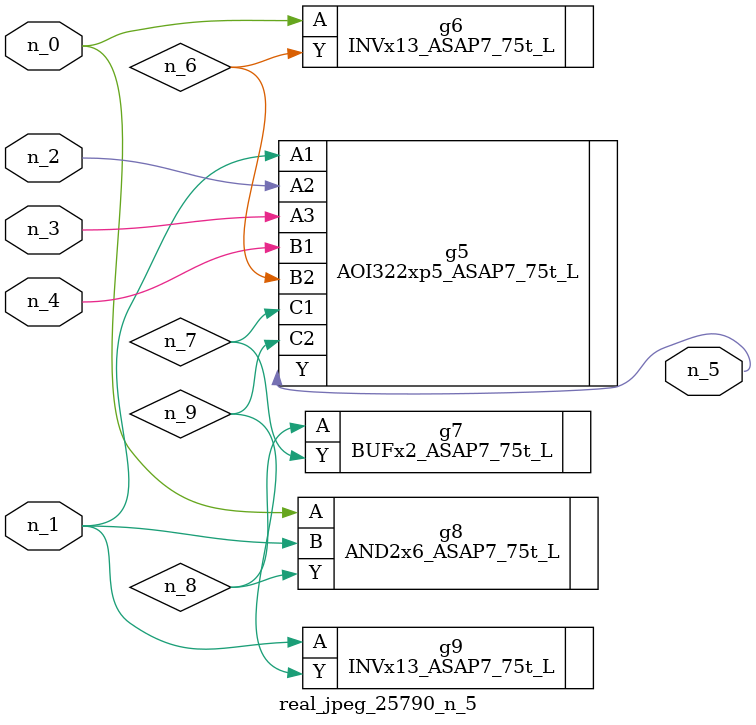
<source format=v>
module real_jpeg_25790_n_5 (n_4, n_0, n_1, n_2, n_3, n_5);

input n_4;
input n_0;
input n_1;
input n_2;
input n_3;

output n_5;

wire n_8;
wire n_6;
wire n_7;
wire n_9;

INVx13_ASAP7_75t_L g6 ( 
.A(n_0),
.Y(n_6)
);

AND2x6_ASAP7_75t_L g8 ( 
.A(n_0),
.B(n_1),
.Y(n_8)
);

AOI322xp5_ASAP7_75t_L g5 ( 
.A1(n_1),
.A2(n_2),
.A3(n_3),
.B1(n_4),
.B2(n_6),
.C1(n_7),
.C2(n_9),
.Y(n_5)
);

INVx13_ASAP7_75t_L g9 ( 
.A(n_1),
.Y(n_9)
);

BUFx2_ASAP7_75t_L g7 ( 
.A(n_8),
.Y(n_7)
);


endmodule
</source>
